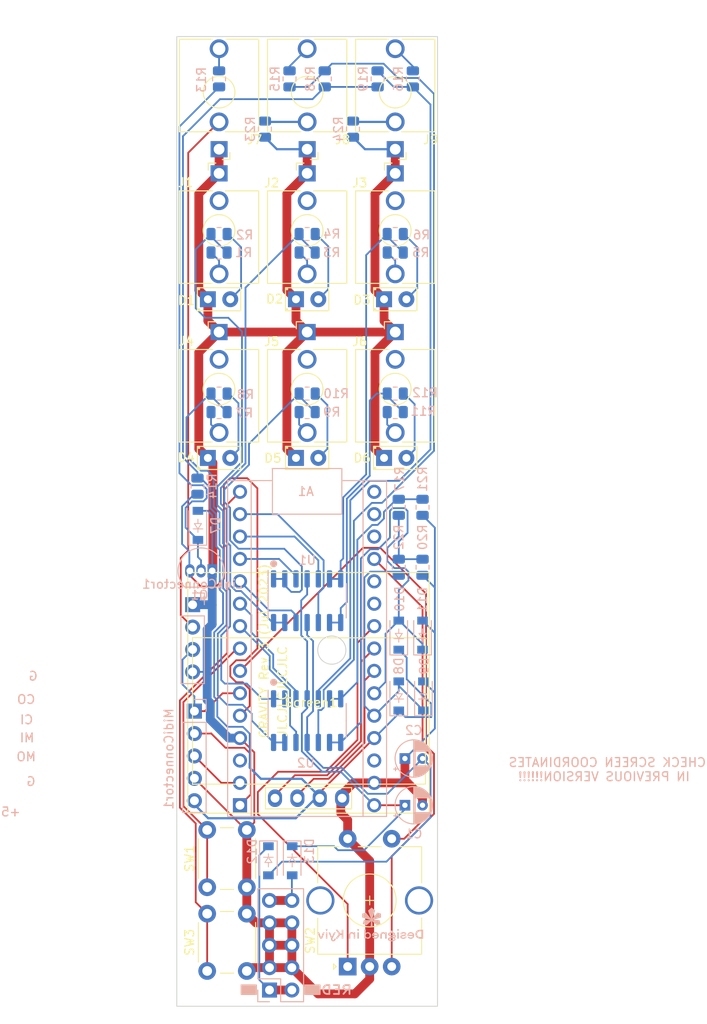
<source format=kicad_pcb>
(kicad_pcb (version 20211014) (generator pcbnew)

  (general
    (thickness 1.6)
  )

  (paper "A4")
  (layers
    (0 "F.Cu" signal)
    (31 "B.Cu" signal)
    (32 "B.Adhes" user "B.Adhesive")
    (33 "F.Adhes" user "F.Adhesive")
    (34 "B.Paste" user)
    (35 "F.Paste" user)
    (36 "B.SilkS" user "B.Silkscreen")
    (37 "F.SilkS" user "F.Silkscreen")
    (38 "B.Mask" user)
    (39 "F.Mask" user)
    (40 "Dwgs.User" user "User.Drawings")
    (41 "Cmts.User" user "User.Comments")
    (42 "Eco1.User" user "User.Eco1")
    (43 "Eco2.User" user "User.Eco2")
    (44 "Edge.Cuts" user)
    (45 "Margin" user)
    (46 "B.CrtYd" user "B.Courtyard")
    (47 "F.CrtYd" user "F.Courtyard")
    (48 "B.Fab" user)
    (49 "F.Fab" user)
    (50 "User.1" user)
    (51 "User.2" user)
    (52 "User.3" user)
    (53 "User.4" user)
    (54 "User.5" user)
    (55 "User.6" user)
    (56 "User.7" user)
    (57 "User.8" user)
    (58 "User.9" user)
  )

  (setup
    (stackup
      (layer "F.SilkS" (type "Top Silk Screen"))
      (layer "F.Paste" (type "Top Solder Paste"))
      (layer "F.Mask" (type "Top Solder Mask") (thickness 0.01))
      (layer "F.Cu" (type "copper") (thickness 0.035))
      (layer "dielectric 1" (type "core") (thickness 1.51) (material "FR4") (epsilon_r 4.5) (loss_tangent 0.02))
      (layer "B.Cu" (type "copper") (thickness 0.035))
      (layer "B.Mask" (type "Bottom Solder Mask") (thickness 0.01))
      (layer "B.Paste" (type "Bottom Solder Paste"))
      (layer "B.SilkS" (type "Bottom Silk Screen"))
      (copper_finish "None")
      (dielectric_constraints no)
    )
    (pad_to_mask_clearance 0)
    (aux_axis_origin 100 40)
    (pcbplotparams
      (layerselection 0x00010fc_ffffffff)
      (disableapertmacros false)
      (usegerberextensions false)
      (usegerberattributes true)
      (usegerberadvancedattributes true)
      (creategerberjobfile true)
      (svguseinch false)
      (svgprecision 6)
      (excludeedgelayer true)
      (plotframeref false)
      (viasonmask false)
      (mode 1)
      (useauxorigin false)
      (hpglpennumber 1)
      (hpglpenspeed 20)
      (hpglpendiameter 15.000000)
      (dxfpolygonmode true)
      (dxfimperialunits true)
      (dxfusepcbnewfont true)
      (psnegative false)
      (psa4output false)
      (plotreference true)
      (plotvalue true)
      (plotinvisibletext false)
      (sketchpadsonfab false)
      (subtractmaskfromsilk false)
      (outputformat 1)
      (mirror false)
      (drillshape 0)
      (scaleselection 1)
      (outputdirectory "REV3 Exports/")
    )
  )

  (net 0 "")
  (net 1 "Serial Out")
  (net 2 "Serial In")
  (net 3 "unconnected-(A1-Pad3)")
  (net 4 "GND")
  (net 5 "DIGITAL INPUT")
  (net 6 "ENC_D2")
  (net 7 "ENC_D1")
  (net 8 "Channel 1")
  (net 9 "Channel 3")
  (net 10 "Channel 4")
  (net 11 "Channel 6")
  (net 12 "START STOP BTN")
  (net 13 "SHIFT BTN")
  (net 14 "24ppqn OUT")
  (net 15 "unconnected-(A1-Pad17)")
  (net 16 "unconnected-(A1-Pad18)")
  (net 17 "unconnected-(A1-Pad20)")
  (net 18 "unconnected-(A1-Pad21)")
  (net 19 "ENC_BTN")
  (net 20 "I2C SDA")
  (net 21 "I2C SCL")
  (net 22 "+5V")
  (net 23 "unconnected-(A1-Pad28)")
  (net 24 "+12V")
  (net 25 "Net-(D1-Pad2)")
  (net 26 "Net-(D2-Pad2)")
  (net 27 "Net-(D3-Pad2)")
  (net 28 "Net-(D4-Pad2)")
  (net 29 "Net-(D5-Pad2)")
  (net 30 "Net-(D6-Pad2)")
  (net 31 "Net-(D7-Pad1)")
  (net 32 "Net-(J1-PadT)")
  (net 33 "unconnected-(J1-PadTN)")
  (net 34 "Net-(J2-PadT)")
  (net 35 "unconnected-(J2-PadTN)")
  (net 36 "Net-(J3-PadT)")
  (net 37 "unconnected-(J3-PadTN)")
  (net 38 "Net-(J4-PadT)")
  (net 39 "unconnected-(J4-PadTN)")
  (net 40 "Net-(J5-PadT)")
  (net 41 "unconnected-(J5-PadTN)")
  (net 42 "Net-(J6-PadT)")
  (net 43 "unconnected-(J6-PadTN)")
  (net 44 "Net-(J7-PadT)")
  (net 45 "DIGITAL INPUT PIN")
  (net 46 "Net-(J8-PadT)")
  (net 47 "Net-(J8-PadTN)")
  (net 48 "Net-(J9-PadT)")
  (net 49 "Net-(J9-PadTN)")
  (net 50 "CV2 INPUT")
  (net 51 "-12V")
  (net 52 "CV1 INPUT")
  (net 53 "unconnected-(A1-Pad16)")
  (net 54 "Net-(D12-Pad1)")
  (net 55 "Net-(D13-Pad2)")
  (net 56 "Net-(R1-Pad1)")
  (net 57 "Net-(R3-Pad1)")
  (net 58 "Net-(R5-Pad1)")
  (net 59 "Net-(R7-Pad1)")
  (net 60 "Net-(R10-Pad2)")
  (net 61 "Net-(R11-Pad1)")
  (net 62 "Net-(R17-Pad2)")
  (net 63 "Net-(R15-Pad2)")
  (net 64 "Net-(R16-Pad2)")
  (net 65 "Net-(R20-Pad1)")
  (net 66 "Channel 2")
  (net 67 "Channel 5")

  (footprint "gtoe:thonkiconn" (layer "F.Cu") (at 124.8 46.3 180))

  (footprint "gtoe:button" (layer "F.Cu") (at 105.7 142.75 90))

  (footprint "gtoe:FlatTopLed" (layer "F.Cu") (at 114.8 87.8))

  (footprint "gtoe:thonkiconn" (layer "F.Cu") (at 114.8 62))

  (footprint "gtoe:thonkiconn" (layer "F.Cu") (at 114.8 80))

  (footprint "gtoe:FlatTopLed" (layer "F.Cu") (at 104.8 87.8))

  (footprint "gtoe:FlatTopLed" (layer "F.Cu") (at 124.8 69.8))

  (footprint "gtoe:I2C SSD1306" (layer "F.Cu") (at 114.95 115.8 180))

  (footprint "gtoe:thonkiconn" (layer "F.Cu") (at 124.8 62))

  (footprint "gtoe:FlatTopLed" (layer "F.Cu") (at 114.8 69.8))

  (footprint "gtoe:SwitchEncoder" (layer "F.Cu") (at 121.9 138 90))

  (footprint "gtoe:thonkiconn" (layer "F.Cu") (at 114.8 46.3 180))

  (footprint "gtoe:thonkiconn" (layer "F.Cu") (at 124.8 80))

  (footprint "gtoe:thonkiconn" (layer "F.Cu") (at 104.8 62))

  (footprint "gtoe:FlatTopLed" (layer "F.Cu") (at 124.8 87.8))

  (footprint "gtoe:FlatTopLed" (layer "F.Cu") (at 104.8 69.8))

  (footprint "gtoe:thonkiconn" (layer "F.Cu") (at 104.8 80))

  (footprint "gtoe:thonkiconn" (layer "F.Cu") (at 104.8 46.3 180))

  (footprint "gtoe:button" (layer "F.Cu") (at 105.7 133.25 90))

  (footprint "Diode_SMD:D_SOD-123" (layer "B.Cu") (at 113.1 133.5 -90))

  (footprint "Resistor_SMD:R_0805_2012Metric" (layer "B.Cu") (at 120 50.5 -90))

  (footprint "Resistor_SMD:R_0805_2012Metric" (layer "B.Cu") (at 122.8 44.8 -90))

  (footprint "Capacitor_THT:CP_Radial_D4.0mm_P2.00mm" (layer "B.Cu") (at 125.9 127.2))

  (footprint "Diode_SMD:D_SOD-123" (layer "B.Cu") (at 128 114.8 90))

  (footprint "Diode_SMD:D_SOD-123" (layer "B.Cu") (at 127.9 107.9 90))

  (footprint "Resistor_SMD:R_0805_2012Metric" (layer "B.Cu") (at 114.8 82.6 180))

  (footprint "Diode_SMD:D_SOD-123" (layer "B.Cu") (at 110.4 133.5 -90))

  (footprint "Resistor_SMD:R_0805_2012Metric" (layer "B.Cu") (at 114.8 64.5 180))

  (footprint "Package_SO:SO-14_3.9x8.65mm_P1.27mm" (layer "B.Cu") (at 114.8 117.6 -90))

  (footprint "Connector_PinHeader_2.54mm:PinHeader_1x04_P2.54mm_Vertical" (layer "B.Cu") (at 101.8 104.45 180))

  (footprint "Resistor_SMD:R_0805_2012Metric" (layer "B.Cu") (at 110 50.5 -90))

  (footprint "gtoe:Arduino_Nano (adjusted courtyard)" (layer "B.Cu") (at 114.8 112))

  (footprint "Resistor_SMD:R_0805_2012Metric" (layer "B.Cu") (at 104.8 44.8 -90))

  (footprint "Resistor_SMD:R_0805_2012Metric" (layer "B.Cu") (at 104.8 82.6 180))

  (footprint "Resistor_SMD:R_0805_2012Metric" (layer "B.Cu") (at 124.8 80.5 180))

  (footprint "Resistor_SMD:R_0805_2012Metric" (layer "B.Cu") (at 114.8 80.5 180))

  (footprint "Resistor_SMD:R_0805_2012Metric" (layer "B.Cu") (at 102.35 91 90))

  (footprint "Resistor_SMD:R_0805_2012Metric" (layer "B.Cu") (at 125.2 100.2 90))

  (footprint "Resistor_SMD:R_0805_2012Metric" (layer "B.Cu") (at 116.8 44.8 -90))

  (footprint "Connector_PinHeader_2.54mm:PinHeader_1x05_P2.54mm_Vertical" (layer "B.Cu") (at 102 116.525 180))

  (footprint "Resistor_SMD:R_0805_2012Metric" (layer "B.Cu") (at 104.8 62.4 180))

  (footprint "Resistor_SMD:R_0805_2012Metric" (layer "B.Cu") (at 124.8 64.5 180))

  (footprint "Resistor_SMD:R_0805_2012Metric" (layer "B.Cu")
    (tedit 5F68FEEE) (tstamp 884a7a4e-c2eb-4e31-bfde-a434de71cdbe)
    (at 124.8 82.6 180)
    (descr "Resistor SMD 0805 (2012 Metric), square (rectangular) end terminal, IPC_7351 nominal, (Body size source: IPC-SM-782 page 72, https://www.pcb-3d.com/wordpress/wp-content/uploads/ipc-sm-782a_amendment_1_and_2.pdf), generated with kicad-footprint-generator")
    (tags "resistor")
    (property "Sheetfile" "gtoe.kicad_sch")
    (property "Sheetname" "")
    (path "/eaf04bf4-de39-496c-a088-aba1df96f817")
    (attr smd)
    (fp_text reference "R11" (at -3.1875 0.1) (layer "B.SilkS")
      (effects (font (size 1 1) (thickness 0.15)) (justify mirror))
      (tstamp ca7e81e5-8759-4312-8c8f-1d9fd829b020)
    )
    (fp_text value "1K" (at 0 -1.65) (layer "B.Fab")
      (effects (font (size 1 1) (thickness 0.15)) (justify mirror))
      (tstamp 272f3701-a3e5-47d7-86a4-982feb933877)
    )
    (fp_text user "${REFERENCE}" (at 0 0) (layer "B.Fab")
      (effects (font (size 0.5 0.5)
... [255783 chars truncated]
</source>
